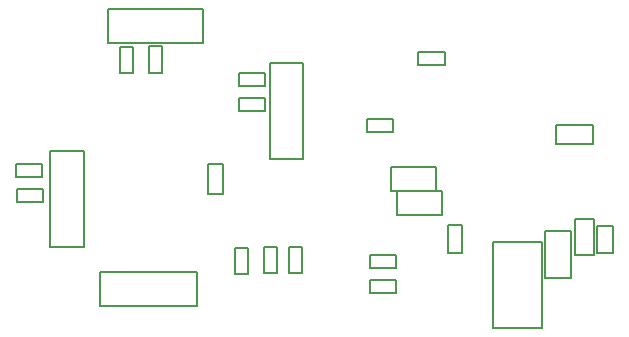
<source format=gbr>
G04*
G04 #@! TF.GenerationSoftware,Altium Limited,Altium Designer,25.8.1 (18)*
G04*
G04 Layer_Color=32768*
%FSLAX25Y25*%
%MOIN*%
G70*
G04*
G04 #@! TF.SameCoordinates,CA0B9550-AE98-4C71-85A6-844D78770B91*
G04*
G04*
G04 #@! TF.FilePolarity,Positive*
G04*
G01*
G75*
%ADD11C,0.00787*%
D11*
X-60553Y35391D02*
Y44100D01*
X-56223D01*
Y35391D02*
Y44100D01*
X-60553Y35391D02*
X-56223D01*
X-40905Y-5065D02*
Y4777D01*
X-36181D01*
Y-5065D02*
Y4777D01*
X-40905Y-5065D02*
X-36181D01*
X-93624Y-22612D02*
Y9160D01*
X-82521D01*
Y-22612D02*
Y9160D01*
X-93624Y-22612D02*
X-82521D01*
X29114Y38058D02*
Y42389D01*
Y38058D02*
X37823D01*
Y42389D01*
X29114D02*
X37823D01*
X87219Y11738D02*
Y18062D01*
X74990D02*
X87219D01*
X74990Y11738D02*
Y18062D01*
Y11738D02*
X87219D01*
X93819Y-24820D02*
Y-15765D01*
X88701Y-24820D02*
X93819D01*
X88701D02*
Y-15765D01*
X93819D01*
X81469Y-13299D02*
X87792D01*
X81469Y-25528D02*
Y-13299D01*
Y-25528D02*
X87792D01*
Y-13299D01*
X71137Y-17397D02*
X79822D01*
X71137Y-33170D02*
Y-17397D01*
Y-33170D02*
X79822D01*
Y-17397D01*
X38990Y-24811D02*
X43715D01*
Y-15362D01*
X38990D02*
X43715D01*
X38990Y-24811D02*
Y-15362D01*
X12914Y-29724D02*
Y-25394D01*
Y-29724D02*
X21624D01*
Y-25394D01*
X12914D02*
X21624D01*
X12914Y-33598D02*
X21624D01*
Y-37929D02*
Y-33598D01*
X12914Y-37929D02*
X21624D01*
X12914D02*
Y-33598D01*
X35047Y-4117D02*
Y3987D01*
X20054D02*
X35047D01*
X20054Y-4117D02*
Y3987D01*
Y-4117D02*
X35047D01*
X22089Y-12185D02*
X37082D01*
X22089D02*
Y-4082D01*
X37082D01*
Y-12185D02*
Y-4082D01*
X-32106Y-31687D02*
X-27775D01*
Y-22977D01*
X-32106D02*
X-27775D01*
X-32106Y-31687D02*
Y-22977D01*
X-22341Y-22775D02*
X-18010D01*
X-22341Y-31485D02*
Y-22775D01*
Y-31485D02*
X-18010D01*
Y-22775D01*
X-13989Y-31575D02*
Y-22866D01*
X-9659D01*
Y-31575D02*
Y-22866D01*
X-13989Y-31575D02*
X-9659D01*
X-104978Y4987D02*
X-96269D01*
Y656D02*
Y4987D01*
X-104978Y656D02*
X-96269D01*
X-104978D02*
Y4987D01*
X-104577Y-3492D02*
X-95868D01*
Y-7823D02*
Y-3492D01*
X-104577Y-7823D02*
X-95868D01*
X-104577D02*
Y-3492D01*
X-70472Y35219D02*
X-66141D01*
Y43928D01*
X-70472D02*
X-66141D01*
X-70472Y35219D02*
Y43928D01*
X-74378Y45337D02*
X-42607D01*
X-74378D02*
Y56440D01*
X-42607D01*
Y45337D02*
Y56440D01*
X-20527Y6670D02*
X-9425D01*
Y38442D01*
X-20527D02*
X-9425D01*
X-20527Y6670D02*
Y38442D01*
X-30846Y30784D02*
Y35115D01*
Y30784D02*
X-22136D01*
Y35115D01*
X-30846D02*
X-22136D01*
X-30740Y26807D02*
X-22031D01*
Y22476D02*
Y26807D01*
X-30740Y22476D02*
X-22031D01*
X-30740D02*
Y26807D01*
X-76999Y-42265D02*
Y-30966D01*
Y-42265D02*
X-44716D01*
Y-30966D01*
X-76999D02*
X-44716D01*
X70298Y-49686D02*
Y-21103D01*
X53999Y-49686D02*
X70298D01*
X53999D02*
Y-21103D01*
X70298D01*
X12056Y15718D02*
Y20048D01*
Y15718D02*
X20765D01*
Y20048D01*
X12056D02*
X20765D01*
M02*

</source>
